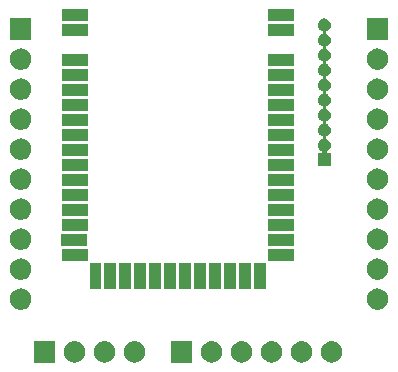
<source format=gbr>
G04 #@! TF.GenerationSoftware,KiCad,Pcbnew,(5.1.5)-3*
G04 #@! TF.CreationDate,2020-01-29T14:55:58+01:00*
G04 #@! TF.ProjectId,Adapter,41646170-7465-4722-9e6b-696361645f70,1*
G04 #@! TF.SameCoordinates,Original*
G04 #@! TF.FileFunction,Soldermask,Top*
G04 #@! TF.FilePolarity,Negative*
%FSLAX46Y46*%
G04 Gerber Fmt 4.6, Leading zero omitted, Abs format (unit mm)*
G04 Created by KiCad (PCBNEW (5.1.5)-3) date 2020-01-29 14:55:58*
%MOMM*%
%LPD*%
G04 APERTURE LIST*
%ADD10C,0.100000*%
G04 APERTURE END LIST*
D10*
G36*
X140860512Y-109187927D02*
G01*
X141009812Y-109217624D01*
X141173784Y-109285544D01*
X141321354Y-109384147D01*
X141446853Y-109509646D01*
X141545456Y-109657216D01*
X141613376Y-109821188D01*
X141648000Y-109995259D01*
X141648000Y-110172741D01*
X141613376Y-110346812D01*
X141545456Y-110510784D01*
X141446853Y-110658354D01*
X141321354Y-110783853D01*
X141173784Y-110882456D01*
X141009812Y-110950376D01*
X140860512Y-110980073D01*
X140835742Y-110985000D01*
X140658258Y-110985000D01*
X140633488Y-110980073D01*
X140484188Y-110950376D01*
X140320216Y-110882456D01*
X140172646Y-110783853D01*
X140047147Y-110658354D01*
X139948544Y-110510784D01*
X139880624Y-110346812D01*
X139846000Y-110172741D01*
X139846000Y-109995259D01*
X139880624Y-109821188D01*
X139948544Y-109657216D01*
X140047147Y-109509646D01*
X140172646Y-109384147D01*
X140320216Y-109285544D01*
X140484188Y-109217624D01*
X140633488Y-109187927D01*
X140658258Y-109183000D01*
X140835742Y-109183000D01*
X140860512Y-109187927D01*
G37*
G36*
X155009512Y-109187927D02*
G01*
X155158812Y-109217624D01*
X155322784Y-109285544D01*
X155470354Y-109384147D01*
X155595853Y-109509646D01*
X155694456Y-109657216D01*
X155762376Y-109821188D01*
X155797000Y-109995259D01*
X155797000Y-110172741D01*
X155762376Y-110346812D01*
X155694456Y-110510784D01*
X155595853Y-110658354D01*
X155470354Y-110783853D01*
X155322784Y-110882456D01*
X155158812Y-110950376D01*
X155009512Y-110980073D01*
X154984742Y-110985000D01*
X154807258Y-110985000D01*
X154782488Y-110980073D01*
X154633188Y-110950376D01*
X154469216Y-110882456D01*
X154321646Y-110783853D01*
X154196147Y-110658354D01*
X154097544Y-110510784D01*
X154029624Y-110346812D01*
X153995000Y-110172741D01*
X153995000Y-109995259D01*
X154029624Y-109821188D01*
X154097544Y-109657216D01*
X154196147Y-109509646D01*
X154321646Y-109384147D01*
X154469216Y-109285544D01*
X154633188Y-109217624D01*
X154782488Y-109187927D01*
X154807258Y-109183000D01*
X154984742Y-109183000D01*
X155009512Y-109187927D01*
G37*
G36*
X157549512Y-109187927D02*
G01*
X157698812Y-109217624D01*
X157862784Y-109285544D01*
X158010354Y-109384147D01*
X158135853Y-109509646D01*
X158234456Y-109657216D01*
X158302376Y-109821188D01*
X158337000Y-109995259D01*
X158337000Y-110172741D01*
X158302376Y-110346812D01*
X158234456Y-110510784D01*
X158135853Y-110658354D01*
X158010354Y-110783853D01*
X157862784Y-110882456D01*
X157698812Y-110950376D01*
X157549512Y-110980073D01*
X157524742Y-110985000D01*
X157347258Y-110985000D01*
X157322488Y-110980073D01*
X157173188Y-110950376D01*
X157009216Y-110882456D01*
X156861646Y-110783853D01*
X156736147Y-110658354D01*
X156637544Y-110510784D01*
X156569624Y-110346812D01*
X156535000Y-110172741D01*
X156535000Y-109995259D01*
X156569624Y-109821188D01*
X156637544Y-109657216D01*
X156736147Y-109509646D01*
X156861646Y-109384147D01*
X157009216Y-109285544D01*
X157173188Y-109217624D01*
X157322488Y-109187927D01*
X157347258Y-109183000D01*
X157524742Y-109183000D01*
X157549512Y-109187927D01*
G37*
G36*
X152469512Y-109187927D02*
G01*
X152618812Y-109217624D01*
X152782784Y-109285544D01*
X152930354Y-109384147D01*
X153055853Y-109509646D01*
X153154456Y-109657216D01*
X153222376Y-109821188D01*
X153257000Y-109995259D01*
X153257000Y-110172741D01*
X153222376Y-110346812D01*
X153154456Y-110510784D01*
X153055853Y-110658354D01*
X152930354Y-110783853D01*
X152782784Y-110882456D01*
X152618812Y-110950376D01*
X152469512Y-110980073D01*
X152444742Y-110985000D01*
X152267258Y-110985000D01*
X152242488Y-110980073D01*
X152093188Y-110950376D01*
X151929216Y-110882456D01*
X151781646Y-110783853D01*
X151656147Y-110658354D01*
X151557544Y-110510784D01*
X151489624Y-110346812D01*
X151455000Y-110172741D01*
X151455000Y-109995259D01*
X151489624Y-109821188D01*
X151557544Y-109657216D01*
X151656147Y-109509646D01*
X151781646Y-109384147D01*
X151929216Y-109285544D01*
X152093188Y-109217624D01*
X152242488Y-109187927D01*
X152267258Y-109183000D01*
X152444742Y-109183000D01*
X152469512Y-109187927D01*
G37*
G36*
X149929512Y-109187927D02*
G01*
X150078812Y-109217624D01*
X150242784Y-109285544D01*
X150390354Y-109384147D01*
X150515853Y-109509646D01*
X150614456Y-109657216D01*
X150682376Y-109821188D01*
X150717000Y-109995259D01*
X150717000Y-110172741D01*
X150682376Y-110346812D01*
X150614456Y-110510784D01*
X150515853Y-110658354D01*
X150390354Y-110783853D01*
X150242784Y-110882456D01*
X150078812Y-110950376D01*
X149929512Y-110980073D01*
X149904742Y-110985000D01*
X149727258Y-110985000D01*
X149702488Y-110980073D01*
X149553188Y-110950376D01*
X149389216Y-110882456D01*
X149241646Y-110783853D01*
X149116147Y-110658354D01*
X149017544Y-110510784D01*
X148949624Y-110346812D01*
X148915000Y-110172741D01*
X148915000Y-109995259D01*
X148949624Y-109821188D01*
X149017544Y-109657216D01*
X149116147Y-109509646D01*
X149241646Y-109384147D01*
X149389216Y-109285544D01*
X149553188Y-109217624D01*
X149702488Y-109187927D01*
X149727258Y-109183000D01*
X149904742Y-109183000D01*
X149929512Y-109187927D01*
G37*
G36*
X147389512Y-109187927D02*
G01*
X147538812Y-109217624D01*
X147702784Y-109285544D01*
X147850354Y-109384147D01*
X147975853Y-109509646D01*
X148074456Y-109657216D01*
X148142376Y-109821188D01*
X148177000Y-109995259D01*
X148177000Y-110172741D01*
X148142376Y-110346812D01*
X148074456Y-110510784D01*
X147975853Y-110658354D01*
X147850354Y-110783853D01*
X147702784Y-110882456D01*
X147538812Y-110950376D01*
X147389512Y-110980073D01*
X147364742Y-110985000D01*
X147187258Y-110985000D01*
X147162488Y-110980073D01*
X147013188Y-110950376D01*
X146849216Y-110882456D01*
X146701646Y-110783853D01*
X146576147Y-110658354D01*
X146477544Y-110510784D01*
X146409624Y-110346812D01*
X146375000Y-110172741D01*
X146375000Y-109995259D01*
X146409624Y-109821188D01*
X146477544Y-109657216D01*
X146576147Y-109509646D01*
X146701646Y-109384147D01*
X146849216Y-109285544D01*
X147013188Y-109217624D01*
X147162488Y-109187927D01*
X147187258Y-109183000D01*
X147364742Y-109183000D01*
X147389512Y-109187927D01*
G37*
G36*
X134028000Y-110985000D02*
G01*
X132226000Y-110985000D01*
X132226000Y-109183000D01*
X134028000Y-109183000D01*
X134028000Y-110985000D01*
G37*
G36*
X135780512Y-109187927D02*
G01*
X135929812Y-109217624D01*
X136093784Y-109285544D01*
X136241354Y-109384147D01*
X136366853Y-109509646D01*
X136465456Y-109657216D01*
X136533376Y-109821188D01*
X136568000Y-109995259D01*
X136568000Y-110172741D01*
X136533376Y-110346812D01*
X136465456Y-110510784D01*
X136366853Y-110658354D01*
X136241354Y-110783853D01*
X136093784Y-110882456D01*
X135929812Y-110950376D01*
X135780512Y-110980073D01*
X135755742Y-110985000D01*
X135578258Y-110985000D01*
X135553488Y-110980073D01*
X135404188Y-110950376D01*
X135240216Y-110882456D01*
X135092646Y-110783853D01*
X134967147Y-110658354D01*
X134868544Y-110510784D01*
X134800624Y-110346812D01*
X134766000Y-110172741D01*
X134766000Y-109995259D01*
X134800624Y-109821188D01*
X134868544Y-109657216D01*
X134967147Y-109509646D01*
X135092646Y-109384147D01*
X135240216Y-109285544D01*
X135404188Y-109217624D01*
X135553488Y-109187927D01*
X135578258Y-109183000D01*
X135755742Y-109183000D01*
X135780512Y-109187927D01*
G37*
G36*
X138320512Y-109187927D02*
G01*
X138469812Y-109217624D01*
X138633784Y-109285544D01*
X138781354Y-109384147D01*
X138906853Y-109509646D01*
X139005456Y-109657216D01*
X139073376Y-109821188D01*
X139108000Y-109995259D01*
X139108000Y-110172741D01*
X139073376Y-110346812D01*
X139005456Y-110510784D01*
X138906853Y-110658354D01*
X138781354Y-110783853D01*
X138633784Y-110882456D01*
X138469812Y-110950376D01*
X138320512Y-110980073D01*
X138295742Y-110985000D01*
X138118258Y-110985000D01*
X138093488Y-110980073D01*
X137944188Y-110950376D01*
X137780216Y-110882456D01*
X137632646Y-110783853D01*
X137507147Y-110658354D01*
X137408544Y-110510784D01*
X137340624Y-110346812D01*
X137306000Y-110172741D01*
X137306000Y-109995259D01*
X137340624Y-109821188D01*
X137408544Y-109657216D01*
X137507147Y-109509646D01*
X137632646Y-109384147D01*
X137780216Y-109285544D01*
X137944188Y-109217624D01*
X138093488Y-109187927D01*
X138118258Y-109183000D01*
X138295742Y-109183000D01*
X138320512Y-109187927D01*
G37*
G36*
X145637000Y-110985000D02*
G01*
X143835000Y-110985000D01*
X143835000Y-109183000D01*
X145637000Y-109183000D01*
X145637000Y-110985000D01*
G37*
G36*
X161428512Y-104717127D02*
G01*
X161577812Y-104746824D01*
X161741784Y-104814744D01*
X161889354Y-104913347D01*
X162014853Y-105038846D01*
X162113456Y-105186416D01*
X162181376Y-105350388D01*
X162216000Y-105524459D01*
X162216000Y-105701941D01*
X162181376Y-105876012D01*
X162113456Y-106039984D01*
X162014853Y-106187554D01*
X161889354Y-106313053D01*
X161741784Y-106411656D01*
X161577812Y-106479576D01*
X161428512Y-106509273D01*
X161403742Y-106514200D01*
X161226258Y-106514200D01*
X161201488Y-106509273D01*
X161052188Y-106479576D01*
X160888216Y-106411656D01*
X160740646Y-106313053D01*
X160615147Y-106187554D01*
X160516544Y-106039984D01*
X160448624Y-105876012D01*
X160414000Y-105701941D01*
X160414000Y-105524459D01*
X160448624Y-105350388D01*
X160516544Y-105186416D01*
X160615147Y-105038846D01*
X160740646Y-104913347D01*
X160888216Y-104814744D01*
X161052188Y-104746824D01*
X161201488Y-104717127D01*
X161226258Y-104712200D01*
X161403742Y-104712200D01*
X161428512Y-104717127D01*
G37*
G36*
X131228512Y-104717127D02*
G01*
X131377812Y-104746824D01*
X131541784Y-104814744D01*
X131689354Y-104913347D01*
X131814853Y-105038846D01*
X131913456Y-105186416D01*
X131981376Y-105350388D01*
X132016000Y-105524459D01*
X132016000Y-105701941D01*
X131981376Y-105876012D01*
X131913456Y-106039984D01*
X131814853Y-106187554D01*
X131689354Y-106313053D01*
X131541784Y-106411656D01*
X131377812Y-106479576D01*
X131228512Y-106509273D01*
X131203742Y-106514200D01*
X131026258Y-106514200D01*
X131001488Y-106509273D01*
X130852188Y-106479576D01*
X130688216Y-106411656D01*
X130540646Y-106313053D01*
X130415147Y-106187554D01*
X130316544Y-106039984D01*
X130248624Y-105876012D01*
X130214000Y-105701941D01*
X130214000Y-105524459D01*
X130248624Y-105350388D01*
X130316544Y-105186416D01*
X130415147Y-105038846D01*
X130540646Y-104913347D01*
X130688216Y-104814744D01*
X130852188Y-104746824D01*
X131001488Y-104717127D01*
X131026258Y-104712200D01*
X131203742Y-104712200D01*
X131228512Y-104717127D01*
G37*
G36*
X143014000Y-104750200D02*
G01*
X142012000Y-104750200D01*
X142012000Y-102548200D01*
X143014000Y-102548200D01*
X143014000Y-104750200D01*
G37*
G36*
X140479000Y-104750200D02*
G01*
X139477000Y-104750200D01*
X139477000Y-102548200D01*
X140479000Y-102548200D01*
X140479000Y-104750200D01*
G37*
G36*
X141744000Y-104750200D02*
G01*
X140742000Y-104750200D01*
X140742000Y-102548200D01*
X141744000Y-102548200D01*
X141744000Y-104750200D01*
G37*
G36*
X139204000Y-104750200D02*
G01*
X138202000Y-104750200D01*
X138202000Y-102548200D01*
X139204000Y-102548200D01*
X139204000Y-104750200D01*
G37*
G36*
X144284000Y-104750200D02*
G01*
X143282000Y-104750200D01*
X143282000Y-102548200D01*
X144284000Y-102548200D01*
X144284000Y-104750200D01*
G37*
G36*
X145554000Y-104750200D02*
G01*
X144552000Y-104750200D01*
X144552000Y-102548200D01*
X145554000Y-102548200D01*
X145554000Y-104750200D01*
G37*
G36*
X148094000Y-104750200D02*
G01*
X147092000Y-104750200D01*
X147092000Y-102548200D01*
X148094000Y-102548200D01*
X148094000Y-104750200D01*
G37*
G36*
X149364000Y-104750200D02*
G01*
X148362000Y-104750200D01*
X148362000Y-102548200D01*
X149364000Y-102548200D01*
X149364000Y-104750200D01*
G37*
G36*
X150634000Y-104750200D02*
G01*
X149632000Y-104750200D01*
X149632000Y-102548200D01*
X150634000Y-102548200D01*
X150634000Y-104750200D01*
G37*
G36*
X151904000Y-104750200D02*
G01*
X150902000Y-104750200D01*
X150902000Y-102548200D01*
X151904000Y-102548200D01*
X151904000Y-104750200D01*
G37*
G36*
X137944000Y-104750200D02*
G01*
X136942000Y-104750200D01*
X136942000Y-102548200D01*
X137944000Y-102548200D01*
X137944000Y-104750200D01*
G37*
G36*
X146824000Y-104750200D02*
G01*
X145822000Y-104750200D01*
X145822000Y-102548200D01*
X146824000Y-102548200D01*
X146824000Y-104750200D01*
G37*
G36*
X161428512Y-102177127D02*
G01*
X161577812Y-102206824D01*
X161741784Y-102274744D01*
X161889354Y-102373347D01*
X162014853Y-102498846D01*
X162113456Y-102646416D01*
X162181376Y-102810388D01*
X162216000Y-102984459D01*
X162216000Y-103161941D01*
X162181376Y-103336012D01*
X162113456Y-103499984D01*
X162014853Y-103647554D01*
X161889354Y-103773053D01*
X161741784Y-103871656D01*
X161577812Y-103939576D01*
X161428512Y-103969273D01*
X161403742Y-103974200D01*
X161226258Y-103974200D01*
X161201488Y-103969273D01*
X161052188Y-103939576D01*
X160888216Y-103871656D01*
X160740646Y-103773053D01*
X160615147Y-103647554D01*
X160516544Y-103499984D01*
X160448624Y-103336012D01*
X160414000Y-103161941D01*
X160414000Y-102984459D01*
X160448624Y-102810388D01*
X160516544Y-102646416D01*
X160615147Y-102498846D01*
X160740646Y-102373347D01*
X160888216Y-102274744D01*
X161052188Y-102206824D01*
X161201488Y-102177127D01*
X161226258Y-102172200D01*
X161403742Y-102172200D01*
X161428512Y-102177127D01*
G37*
G36*
X131228512Y-102177127D02*
G01*
X131377812Y-102206824D01*
X131541784Y-102274744D01*
X131689354Y-102373347D01*
X131814853Y-102498846D01*
X131913456Y-102646416D01*
X131981376Y-102810388D01*
X132016000Y-102984459D01*
X132016000Y-103161941D01*
X131981376Y-103336012D01*
X131913456Y-103499984D01*
X131814853Y-103647554D01*
X131689354Y-103773053D01*
X131541784Y-103871656D01*
X131377812Y-103939576D01*
X131228512Y-103969273D01*
X131203742Y-103974200D01*
X131026258Y-103974200D01*
X131001488Y-103969273D01*
X130852188Y-103939576D01*
X130688216Y-103871656D01*
X130540646Y-103773053D01*
X130415147Y-103647554D01*
X130316544Y-103499984D01*
X130248624Y-103336012D01*
X130214000Y-103161941D01*
X130214000Y-102984459D01*
X130248624Y-102810388D01*
X130316544Y-102646416D01*
X130415147Y-102498846D01*
X130540646Y-102373347D01*
X130688216Y-102274744D01*
X130852188Y-102206824D01*
X131001488Y-102177127D01*
X131026258Y-102172200D01*
X131203742Y-102172200D01*
X131228512Y-102177127D01*
G37*
G36*
X154274000Y-102400200D02*
G01*
X152072000Y-102400200D01*
X152072000Y-101398200D01*
X154274000Y-101398200D01*
X154274000Y-102400200D01*
G37*
G36*
X136774000Y-102400200D02*
G01*
X134572000Y-102400200D01*
X134572000Y-101398200D01*
X136774000Y-101398200D01*
X136774000Y-102400200D01*
G37*
G36*
X161428512Y-99637127D02*
G01*
X161577812Y-99666824D01*
X161741784Y-99734744D01*
X161889354Y-99833347D01*
X162014853Y-99958846D01*
X162113456Y-100106416D01*
X162181376Y-100270388D01*
X162216000Y-100444459D01*
X162216000Y-100621941D01*
X162181376Y-100796012D01*
X162113456Y-100959984D01*
X162014853Y-101107554D01*
X161889354Y-101233053D01*
X161741784Y-101331656D01*
X161577812Y-101399576D01*
X161428512Y-101429273D01*
X161403742Y-101434200D01*
X161226258Y-101434200D01*
X161201488Y-101429273D01*
X161052188Y-101399576D01*
X160888216Y-101331656D01*
X160740646Y-101233053D01*
X160615147Y-101107554D01*
X160516544Y-100959984D01*
X160448624Y-100796012D01*
X160414000Y-100621941D01*
X160414000Y-100444459D01*
X160448624Y-100270388D01*
X160516544Y-100106416D01*
X160615147Y-99958846D01*
X160740646Y-99833347D01*
X160888216Y-99734744D01*
X161052188Y-99666824D01*
X161201488Y-99637127D01*
X161226258Y-99632200D01*
X161403742Y-99632200D01*
X161428512Y-99637127D01*
G37*
G36*
X131228512Y-99637127D02*
G01*
X131377812Y-99666824D01*
X131541784Y-99734744D01*
X131689354Y-99833347D01*
X131814853Y-99958846D01*
X131913456Y-100106416D01*
X131981376Y-100270388D01*
X132016000Y-100444459D01*
X132016000Y-100621941D01*
X131981376Y-100796012D01*
X131913456Y-100959984D01*
X131814853Y-101107554D01*
X131689354Y-101233053D01*
X131541784Y-101331656D01*
X131377812Y-101399576D01*
X131228512Y-101429273D01*
X131203742Y-101434200D01*
X131026258Y-101434200D01*
X131001488Y-101429273D01*
X130852188Y-101399576D01*
X130688216Y-101331656D01*
X130540646Y-101233053D01*
X130415147Y-101107554D01*
X130316544Y-100959984D01*
X130248624Y-100796012D01*
X130214000Y-100621941D01*
X130214000Y-100444459D01*
X130248624Y-100270388D01*
X130316544Y-100106416D01*
X130415147Y-99958846D01*
X130540646Y-99833347D01*
X130688216Y-99734744D01*
X130852188Y-99666824D01*
X131001488Y-99637127D01*
X131026258Y-99632200D01*
X131203742Y-99632200D01*
X131228512Y-99637127D01*
G37*
G36*
X136748300Y-101130200D02*
G01*
X134546300Y-101130200D01*
X134546300Y-100128200D01*
X136748300Y-100128200D01*
X136748300Y-101130200D01*
G37*
G36*
X154274000Y-101130200D02*
G01*
X152072000Y-101130200D01*
X152072000Y-100128200D01*
X154274000Y-100128200D01*
X154274000Y-101130200D01*
G37*
G36*
X154274000Y-99860200D02*
G01*
X152072000Y-99860200D01*
X152072000Y-98858200D01*
X154274000Y-98858200D01*
X154274000Y-99860200D01*
G37*
G36*
X136774000Y-99860200D02*
G01*
X134572000Y-99860200D01*
X134572000Y-98858200D01*
X136774000Y-98858200D01*
X136774000Y-99860200D01*
G37*
G36*
X131228512Y-97097127D02*
G01*
X131377812Y-97126824D01*
X131541784Y-97194744D01*
X131689354Y-97293347D01*
X131814853Y-97418846D01*
X131913456Y-97566416D01*
X131981376Y-97730388D01*
X132016000Y-97904459D01*
X132016000Y-98081941D01*
X131981376Y-98256012D01*
X131913456Y-98419984D01*
X131814853Y-98567554D01*
X131689354Y-98693053D01*
X131541784Y-98791656D01*
X131377812Y-98859576D01*
X131228512Y-98889273D01*
X131203742Y-98894200D01*
X131026258Y-98894200D01*
X131001488Y-98889273D01*
X130852188Y-98859576D01*
X130688216Y-98791656D01*
X130540646Y-98693053D01*
X130415147Y-98567554D01*
X130316544Y-98419984D01*
X130248624Y-98256012D01*
X130214000Y-98081941D01*
X130214000Y-97904459D01*
X130248624Y-97730388D01*
X130316544Y-97566416D01*
X130415147Y-97418846D01*
X130540646Y-97293347D01*
X130688216Y-97194744D01*
X130852188Y-97126824D01*
X131001488Y-97097127D01*
X131026258Y-97092200D01*
X131203742Y-97092200D01*
X131228512Y-97097127D01*
G37*
G36*
X161428512Y-97097127D02*
G01*
X161577812Y-97126824D01*
X161741784Y-97194744D01*
X161889354Y-97293347D01*
X162014853Y-97418846D01*
X162113456Y-97566416D01*
X162181376Y-97730388D01*
X162216000Y-97904459D01*
X162216000Y-98081941D01*
X162181376Y-98256012D01*
X162113456Y-98419984D01*
X162014853Y-98567554D01*
X161889354Y-98693053D01*
X161741784Y-98791656D01*
X161577812Y-98859576D01*
X161428512Y-98889273D01*
X161403742Y-98894200D01*
X161226258Y-98894200D01*
X161201488Y-98889273D01*
X161052188Y-98859576D01*
X160888216Y-98791656D01*
X160740646Y-98693053D01*
X160615147Y-98567554D01*
X160516544Y-98419984D01*
X160448624Y-98256012D01*
X160414000Y-98081941D01*
X160414000Y-97904459D01*
X160448624Y-97730388D01*
X160516544Y-97566416D01*
X160615147Y-97418846D01*
X160740646Y-97293347D01*
X160888216Y-97194744D01*
X161052188Y-97126824D01*
X161201488Y-97097127D01*
X161226258Y-97092200D01*
X161403742Y-97092200D01*
X161428512Y-97097127D01*
G37*
G36*
X154274000Y-98590200D02*
G01*
X152072000Y-98590200D01*
X152072000Y-97588200D01*
X154274000Y-97588200D01*
X154274000Y-98590200D01*
G37*
G36*
X136774000Y-98590200D02*
G01*
X134572000Y-98590200D01*
X134572000Y-97588200D01*
X136774000Y-97588200D01*
X136774000Y-98590200D01*
G37*
G36*
X136774000Y-97320200D02*
G01*
X134572000Y-97320200D01*
X134572000Y-96318200D01*
X136774000Y-96318200D01*
X136774000Y-97320200D01*
G37*
G36*
X154274000Y-97320200D02*
G01*
X152072000Y-97320200D01*
X152072000Y-96318200D01*
X154274000Y-96318200D01*
X154274000Y-97320200D01*
G37*
G36*
X161428512Y-94557127D02*
G01*
X161577812Y-94586824D01*
X161741784Y-94654744D01*
X161889354Y-94753347D01*
X162014853Y-94878846D01*
X162113456Y-95026416D01*
X162181376Y-95190388D01*
X162216000Y-95364459D01*
X162216000Y-95541941D01*
X162181376Y-95716012D01*
X162113456Y-95879984D01*
X162014853Y-96027554D01*
X161889354Y-96153053D01*
X161741784Y-96251656D01*
X161577812Y-96319576D01*
X161428512Y-96349273D01*
X161403742Y-96354200D01*
X161226258Y-96354200D01*
X161201488Y-96349273D01*
X161052188Y-96319576D01*
X160888216Y-96251656D01*
X160740646Y-96153053D01*
X160615147Y-96027554D01*
X160516544Y-95879984D01*
X160448624Y-95716012D01*
X160414000Y-95541941D01*
X160414000Y-95364459D01*
X160448624Y-95190388D01*
X160516544Y-95026416D01*
X160615147Y-94878846D01*
X160740646Y-94753347D01*
X160888216Y-94654744D01*
X161052188Y-94586824D01*
X161201488Y-94557127D01*
X161226258Y-94552200D01*
X161403742Y-94552200D01*
X161428512Y-94557127D01*
G37*
G36*
X131228512Y-94557127D02*
G01*
X131377812Y-94586824D01*
X131541784Y-94654744D01*
X131689354Y-94753347D01*
X131814853Y-94878846D01*
X131913456Y-95026416D01*
X131981376Y-95190388D01*
X132016000Y-95364459D01*
X132016000Y-95541941D01*
X131981376Y-95716012D01*
X131913456Y-95879984D01*
X131814853Y-96027554D01*
X131689354Y-96153053D01*
X131541784Y-96251656D01*
X131377812Y-96319576D01*
X131228512Y-96349273D01*
X131203742Y-96354200D01*
X131026258Y-96354200D01*
X131001488Y-96349273D01*
X130852188Y-96319576D01*
X130688216Y-96251656D01*
X130540646Y-96153053D01*
X130415147Y-96027554D01*
X130316544Y-95879984D01*
X130248624Y-95716012D01*
X130214000Y-95541941D01*
X130214000Y-95364459D01*
X130248624Y-95190388D01*
X130316544Y-95026416D01*
X130415147Y-94878846D01*
X130540646Y-94753347D01*
X130688216Y-94654744D01*
X130852188Y-94586824D01*
X131001488Y-94557127D01*
X131026258Y-94552200D01*
X131203742Y-94552200D01*
X131228512Y-94557127D01*
G37*
G36*
X154274000Y-96050200D02*
G01*
X152072000Y-96050200D01*
X152072000Y-95048200D01*
X154274000Y-95048200D01*
X154274000Y-96050200D01*
G37*
G36*
X136774000Y-96050200D02*
G01*
X134572000Y-96050200D01*
X134572000Y-95048200D01*
X136774000Y-95048200D01*
X136774000Y-96050200D01*
G37*
G36*
X154274000Y-94780200D02*
G01*
X152072000Y-94780200D01*
X152072000Y-93778200D01*
X154274000Y-93778200D01*
X154274000Y-94780200D01*
G37*
G36*
X136774000Y-94780200D02*
G01*
X134572000Y-94780200D01*
X134572000Y-93778200D01*
X136774000Y-93778200D01*
X136774000Y-94780200D01*
G37*
G36*
X156980721Y-81867374D02*
G01*
X157080995Y-81908909D01*
X157080996Y-81908910D01*
X157171242Y-81969210D01*
X157247990Y-82045958D01*
X157247991Y-82045960D01*
X157308291Y-82136205D01*
X157349826Y-82236479D01*
X157371000Y-82342930D01*
X157371000Y-82451470D01*
X157349826Y-82557921D01*
X157308291Y-82658195D01*
X157308290Y-82658196D01*
X157247990Y-82748442D01*
X157171242Y-82825190D01*
X157125812Y-82855545D01*
X157080995Y-82885491D01*
X157005611Y-82916716D01*
X156984000Y-82928267D01*
X156965059Y-82943812D01*
X156949513Y-82962754D01*
X156937962Y-82984365D01*
X156930849Y-83007814D01*
X156928447Y-83032200D01*
X156930849Y-83056586D01*
X156937962Y-83080035D01*
X156949513Y-83101646D01*
X156965058Y-83120587D01*
X156984000Y-83136133D01*
X157005611Y-83147684D01*
X157080995Y-83178909D01*
X157080996Y-83178910D01*
X157171242Y-83239210D01*
X157247990Y-83315958D01*
X157247991Y-83315960D01*
X157308291Y-83406205D01*
X157349826Y-83506479D01*
X157371000Y-83612930D01*
X157371000Y-83721470D01*
X157349826Y-83827921D01*
X157308291Y-83928195D01*
X157308290Y-83928196D01*
X157247990Y-84018442D01*
X157171242Y-84095190D01*
X157125812Y-84125545D01*
X157080995Y-84155491D01*
X157005611Y-84186716D01*
X156984000Y-84198267D01*
X156965059Y-84213812D01*
X156949513Y-84232754D01*
X156937962Y-84254365D01*
X156930849Y-84277814D01*
X156928447Y-84302200D01*
X156930849Y-84326586D01*
X156937962Y-84350035D01*
X156949513Y-84371646D01*
X156965058Y-84390587D01*
X156984000Y-84406133D01*
X157005611Y-84417684D01*
X157080995Y-84448909D01*
X157080996Y-84448910D01*
X157171242Y-84509210D01*
X157247990Y-84585958D01*
X157247991Y-84585960D01*
X157308291Y-84676205D01*
X157349826Y-84776479D01*
X157371000Y-84882930D01*
X157371000Y-84991470D01*
X157349826Y-85097921D01*
X157308291Y-85198195D01*
X157278345Y-85243012D01*
X157247990Y-85288442D01*
X157171242Y-85365190D01*
X157125812Y-85395545D01*
X157080995Y-85425491D01*
X157005611Y-85456716D01*
X156984000Y-85468267D01*
X156965059Y-85483812D01*
X156949513Y-85502754D01*
X156937962Y-85524365D01*
X156930849Y-85547814D01*
X156928447Y-85572200D01*
X156930849Y-85596586D01*
X156937962Y-85620035D01*
X156949513Y-85641646D01*
X156965058Y-85660587D01*
X156984000Y-85676133D01*
X157005611Y-85687684D01*
X157080995Y-85718909D01*
X157125812Y-85748855D01*
X157171242Y-85779210D01*
X157247990Y-85855958D01*
X157247991Y-85855960D01*
X157308291Y-85946205D01*
X157349826Y-86046479D01*
X157371000Y-86152930D01*
X157371000Y-86261470D01*
X157349826Y-86367921D01*
X157308291Y-86468195D01*
X157308290Y-86468196D01*
X157247990Y-86558442D01*
X157171242Y-86635190D01*
X157125812Y-86665545D01*
X157080995Y-86695491D01*
X157005611Y-86726716D01*
X156984000Y-86738267D01*
X156965059Y-86753812D01*
X156949513Y-86772754D01*
X156937962Y-86794365D01*
X156930849Y-86817814D01*
X156928447Y-86842200D01*
X156930849Y-86866586D01*
X156937962Y-86890035D01*
X156949513Y-86911646D01*
X156965058Y-86930587D01*
X156984000Y-86946133D01*
X157005611Y-86957684D01*
X157080995Y-86988909D01*
X157080996Y-86988910D01*
X157171242Y-87049210D01*
X157247990Y-87125958D01*
X157247991Y-87125960D01*
X157308291Y-87216205D01*
X157349826Y-87316479D01*
X157371000Y-87422930D01*
X157371000Y-87531470D01*
X157349826Y-87637921D01*
X157308291Y-87738195D01*
X157278345Y-87783012D01*
X157247990Y-87828442D01*
X157171242Y-87905190D01*
X157125812Y-87935545D01*
X157080995Y-87965491D01*
X157005611Y-87996716D01*
X156984000Y-88008267D01*
X156965059Y-88023812D01*
X156949513Y-88042754D01*
X156937962Y-88064365D01*
X156930849Y-88087814D01*
X156928447Y-88112200D01*
X156930849Y-88136586D01*
X156937962Y-88160035D01*
X156949513Y-88181646D01*
X156965058Y-88200587D01*
X156984000Y-88216133D01*
X157005611Y-88227684D01*
X157080995Y-88258909D01*
X157125812Y-88288855D01*
X157171242Y-88319210D01*
X157247990Y-88395958D01*
X157247991Y-88395960D01*
X157308291Y-88486205D01*
X157349826Y-88586479D01*
X157371000Y-88692930D01*
X157371000Y-88801470D01*
X157349826Y-88907921D01*
X157308291Y-89008195D01*
X157308290Y-89008196D01*
X157247990Y-89098442D01*
X157171242Y-89175190D01*
X157125812Y-89205545D01*
X157080995Y-89235491D01*
X157005611Y-89266716D01*
X156984000Y-89278267D01*
X156965059Y-89293812D01*
X156949513Y-89312754D01*
X156937962Y-89334365D01*
X156930849Y-89357814D01*
X156928447Y-89382200D01*
X156930849Y-89406586D01*
X156937962Y-89430035D01*
X156949513Y-89451646D01*
X156965058Y-89470587D01*
X156984000Y-89486133D01*
X157005611Y-89497684D01*
X157080995Y-89528909D01*
X157080996Y-89528910D01*
X157171242Y-89589210D01*
X157247990Y-89665958D01*
X157247991Y-89665960D01*
X157308291Y-89756205D01*
X157349826Y-89856479D01*
X157371000Y-89962930D01*
X157371000Y-90071470D01*
X157349826Y-90177921D01*
X157308291Y-90278195D01*
X157278345Y-90323012D01*
X157247990Y-90368442D01*
X157171242Y-90445190D01*
X157125812Y-90475545D01*
X157080995Y-90505491D01*
X157005611Y-90536716D01*
X156984000Y-90548267D01*
X156965059Y-90563812D01*
X156949513Y-90582754D01*
X156937962Y-90604365D01*
X156930849Y-90627814D01*
X156928447Y-90652200D01*
X156930849Y-90676586D01*
X156937962Y-90700035D01*
X156949513Y-90721646D01*
X156965058Y-90740587D01*
X156984000Y-90756133D01*
X157005611Y-90767684D01*
X157080995Y-90798909D01*
X157125812Y-90828855D01*
X157171242Y-90859210D01*
X157247990Y-90935958D01*
X157247991Y-90935960D01*
X157308291Y-91026205D01*
X157349826Y-91126479D01*
X157371000Y-91232930D01*
X157371000Y-91341470D01*
X157349826Y-91447921D01*
X157308291Y-91548195D01*
X157308290Y-91548196D01*
X157247990Y-91638442D01*
X157171242Y-91715190D01*
X157125812Y-91745545D01*
X157080995Y-91775491D01*
X157005611Y-91806716D01*
X156984000Y-91818267D01*
X156965059Y-91833812D01*
X156949513Y-91852754D01*
X156937962Y-91874365D01*
X156930849Y-91897814D01*
X156928447Y-91922200D01*
X156930849Y-91946586D01*
X156937962Y-91970035D01*
X156949513Y-91991646D01*
X156965058Y-92010587D01*
X156984000Y-92026133D01*
X157005611Y-92037684D01*
X157080995Y-92068909D01*
X157080996Y-92068910D01*
X157171242Y-92129210D01*
X157247990Y-92205958D01*
X157247991Y-92205960D01*
X157308291Y-92296205D01*
X157349826Y-92396479D01*
X157371000Y-92502930D01*
X157371000Y-92611470D01*
X157349826Y-92717921D01*
X157308291Y-92818195D01*
X157278345Y-92863012D01*
X157247990Y-92908442D01*
X157171242Y-92985190D01*
X157146172Y-93001941D01*
X157078336Y-93047268D01*
X157059394Y-93062814D01*
X157043849Y-93081756D01*
X157032298Y-93103367D01*
X157025185Y-93126815D01*
X157022783Y-93151202D01*
X157025185Y-93175588D01*
X157032298Y-93199037D01*
X157043849Y-93220647D01*
X157059395Y-93239589D01*
X157078337Y-93255134D01*
X157099948Y-93266685D01*
X157123396Y-93273798D01*
X157147782Y-93276200D01*
X157371000Y-93276200D01*
X157371000Y-94378200D01*
X156269000Y-94378200D01*
X156269000Y-93276200D01*
X156492218Y-93276200D01*
X156516604Y-93273798D01*
X156540053Y-93266685D01*
X156561664Y-93255134D01*
X156580606Y-93239589D01*
X156596151Y-93220647D01*
X156607702Y-93199036D01*
X156614815Y-93175587D01*
X156617217Y-93151201D01*
X156614815Y-93126815D01*
X156607702Y-93103366D01*
X156596151Y-93081755D01*
X156580606Y-93062813D01*
X156561664Y-93047268D01*
X156493828Y-93001941D01*
X156468758Y-92985190D01*
X156392010Y-92908442D01*
X156361655Y-92863012D01*
X156331709Y-92818195D01*
X156290174Y-92717921D01*
X156269000Y-92611470D01*
X156269000Y-92502930D01*
X156290174Y-92396479D01*
X156331709Y-92296205D01*
X156392009Y-92205960D01*
X156392010Y-92205958D01*
X156468758Y-92129210D01*
X156559004Y-92068910D01*
X156559005Y-92068909D01*
X156634389Y-92037684D01*
X156656000Y-92026133D01*
X156674941Y-92010588D01*
X156690487Y-91991646D01*
X156702038Y-91970035D01*
X156709151Y-91946586D01*
X156711553Y-91922200D01*
X156709151Y-91897814D01*
X156702038Y-91874365D01*
X156690487Y-91852754D01*
X156674942Y-91833813D01*
X156656000Y-91818267D01*
X156634389Y-91806716D01*
X156559005Y-91775491D01*
X156514188Y-91745545D01*
X156468758Y-91715190D01*
X156392010Y-91638442D01*
X156331710Y-91548196D01*
X156331709Y-91548195D01*
X156290174Y-91447921D01*
X156269000Y-91341470D01*
X156269000Y-91232930D01*
X156290174Y-91126479D01*
X156331709Y-91026205D01*
X156392009Y-90935960D01*
X156392010Y-90935958D01*
X156468758Y-90859210D01*
X156514188Y-90828855D01*
X156559005Y-90798909D01*
X156634389Y-90767684D01*
X156656000Y-90756133D01*
X156674941Y-90740588D01*
X156690487Y-90721646D01*
X156702038Y-90700035D01*
X156709151Y-90676586D01*
X156711553Y-90652200D01*
X156709151Y-90627814D01*
X156702038Y-90604365D01*
X156690487Y-90582754D01*
X156674942Y-90563813D01*
X156656000Y-90548267D01*
X156634389Y-90536716D01*
X156559005Y-90505491D01*
X156514188Y-90475545D01*
X156468758Y-90445190D01*
X156392010Y-90368442D01*
X156361655Y-90323012D01*
X156331709Y-90278195D01*
X156290174Y-90177921D01*
X156269000Y-90071470D01*
X156269000Y-89962930D01*
X156290174Y-89856479D01*
X156331709Y-89756205D01*
X156392009Y-89665960D01*
X156392010Y-89665958D01*
X156468758Y-89589210D01*
X156559004Y-89528910D01*
X156559005Y-89528909D01*
X156634389Y-89497684D01*
X156656000Y-89486133D01*
X156674941Y-89470588D01*
X156690487Y-89451646D01*
X156702038Y-89430035D01*
X156709151Y-89406586D01*
X156711553Y-89382200D01*
X156709151Y-89357814D01*
X156702038Y-89334365D01*
X156690487Y-89312754D01*
X156674942Y-89293813D01*
X156656000Y-89278267D01*
X156634389Y-89266716D01*
X156559005Y-89235491D01*
X156514188Y-89205545D01*
X156468758Y-89175190D01*
X156392010Y-89098442D01*
X156331710Y-89008196D01*
X156331709Y-89008195D01*
X156290174Y-88907921D01*
X156269000Y-88801470D01*
X156269000Y-88692930D01*
X156290174Y-88586479D01*
X156331709Y-88486205D01*
X156392009Y-88395960D01*
X156392010Y-88395958D01*
X156468758Y-88319210D01*
X156514188Y-88288855D01*
X156559005Y-88258909D01*
X156634389Y-88227684D01*
X156656000Y-88216133D01*
X156674941Y-88200588D01*
X156690487Y-88181646D01*
X156702038Y-88160035D01*
X156709151Y-88136586D01*
X156711553Y-88112200D01*
X156709151Y-88087814D01*
X156702038Y-88064365D01*
X156690487Y-88042754D01*
X156674942Y-88023813D01*
X156656000Y-88008267D01*
X156634389Y-87996716D01*
X156559005Y-87965491D01*
X156514188Y-87935545D01*
X156468758Y-87905190D01*
X156392010Y-87828442D01*
X156361655Y-87783012D01*
X156331709Y-87738195D01*
X156290174Y-87637921D01*
X156269000Y-87531470D01*
X156269000Y-87422930D01*
X156290174Y-87316479D01*
X156331709Y-87216205D01*
X156392009Y-87125960D01*
X156392010Y-87125958D01*
X156468758Y-87049210D01*
X156559004Y-86988910D01*
X156559005Y-86988909D01*
X156634389Y-86957684D01*
X156656000Y-86946133D01*
X156674941Y-86930588D01*
X156690487Y-86911646D01*
X156702038Y-86890035D01*
X156709151Y-86866586D01*
X156711553Y-86842200D01*
X156709151Y-86817814D01*
X156702038Y-86794365D01*
X156690487Y-86772754D01*
X156674942Y-86753813D01*
X156656000Y-86738267D01*
X156634389Y-86726716D01*
X156559005Y-86695491D01*
X156514188Y-86665545D01*
X156468758Y-86635190D01*
X156392010Y-86558442D01*
X156331710Y-86468196D01*
X156331709Y-86468195D01*
X156290174Y-86367921D01*
X156269000Y-86261470D01*
X156269000Y-86152930D01*
X156290174Y-86046479D01*
X156331709Y-85946205D01*
X156392009Y-85855960D01*
X156392010Y-85855958D01*
X156468758Y-85779210D01*
X156514188Y-85748855D01*
X156559005Y-85718909D01*
X156634389Y-85687684D01*
X156656000Y-85676133D01*
X156674941Y-85660588D01*
X156690487Y-85641646D01*
X156702038Y-85620035D01*
X156709151Y-85596586D01*
X156711553Y-85572200D01*
X156709151Y-85547814D01*
X156702038Y-85524365D01*
X156690487Y-85502754D01*
X156674942Y-85483813D01*
X156656000Y-85468267D01*
X156634389Y-85456716D01*
X156559005Y-85425491D01*
X156514188Y-85395545D01*
X156468758Y-85365190D01*
X156392010Y-85288442D01*
X156361655Y-85243012D01*
X156331709Y-85198195D01*
X156290174Y-85097921D01*
X156269000Y-84991470D01*
X156269000Y-84882930D01*
X156290174Y-84776479D01*
X156331709Y-84676205D01*
X156392009Y-84585960D01*
X156392010Y-84585958D01*
X156468758Y-84509210D01*
X156559004Y-84448910D01*
X156559005Y-84448909D01*
X156634389Y-84417684D01*
X156656000Y-84406133D01*
X156674941Y-84390588D01*
X156690487Y-84371646D01*
X156702038Y-84350035D01*
X156709151Y-84326586D01*
X156711553Y-84302200D01*
X156709151Y-84277814D01*
X156702038Y-84254365D01*
X156690487Y-84232754D01*
X156674942Y-84213813D01*
X156656000Y-84198267D01*
X156634389Y-84186716D01*
X156559005Y-84155491D01*
X156514188Y-84125545D01*
X156468758Y-84095190D01*
X156392010Y-84018442D01*
X156331710Y-83928196D01*
X156331709Y-83928195D01*
X156290174Y-83827921D01*
X156269000Y-83721470D01*
X156269000Y-83612930D01*
X156290174Y-83506479D01*
X156331709Y-83406205D01*
X156392009Y-83315960D01*
X156392010Y-83315958D01*
X156468758Y-83239210D01*
X156559004Y-83178910D01*
X156559005Y-83178909D01*
X156634389Y-83147684D01*
X156656000Y-83136133D01*
X156674941Y-83120588D01*
X156690487Y-83101646D01*
X156702038Y-83080035D01*
X156709151Y-83056586D01*
X156711553Y-83032200D01*
X156709151Y-83007814D01*
X156702038Y-82984365D01*
X156690487Y-82962754D01*
X156674942Y-82943813D01*
X156656000Y-82928267D01*
X156634389Y-82916716D01*
X156559005Y-82885491D01*
X156514188Y-82855545D01*
X156468758Y-82825190D01*
X156392010Y-82748442D01*
X156331710Y-82658196D01*
X156331709Y-82658195D01*
X156290174Y-82557921D01*
X156269000Y-82451470D01*
X156269000Y-82342930D01*
X156290174Y-82236479D01*
X156331709Y-82136205D01*
X156392009Y-82045960D01*
X156392010Y-82045958D01*
X156468758Y-81969210D01*
X156559004Y-81908910D01*
X156559005Y-81908909D01*
X156659279Y-81867374D01*
X156765730Y-81846200D01*
X156874270Y-81846200D01*
X156980721Y-81867374D01*
G37*
G36*
X131228512Y-92017127D02*
G01*
X131377812Y-92046824D01*
X131541784Y-92114744D01*
X131689354Y-92213347D01*
X131814853Y-92338846D01*
X131913456Y-92486416D01*
X131981376Y-92650388D01*
X132016000Y-92824459D01*
X132016000Y-93001941D01*
X131981376Y-93176012D01*
X131913456Y-93339984D01*
X131814853Y-93487554D01*
X131689354Y-93613053D01*
X131541784Y-93711656D01*
X131377812Y-93779576D01*
X131228512Y-93809273D01*
X131203742Y-93814200D01*
X131026258Y-93814200D01*
X131001488Y-93809273D01*
X130852188Y-93779576D01*
X130688216Y-93711656D01*
X130540646Y-93613053D01*
X130415147Y-93487554D01*
X130316544Y-93339984D01*
X130248624Y-93176012D01*
X130214000Y-93001941D01*
X130214000Y-92824459D01*
X130248624Y-92650388D01*
X130316544Y-92486416D01*
X130415147Y-92338846D01*
X130540646Y-92213347D01*
X130688216Y-92114744D01*
X130852188Y-92046824D01*
X131001488Y-92017127D01*
X131026258Y-92012200D01*
X131203742Y-92012200D01*
X131228512Y-92017127D01*
G37*
G36*
X161428512Y-92017127D02*
G01*
X161577812Y-92046824D01*
X161741784Y-92114744D01*
X161889354Y-92213347D01*
X162014853Y-92338846D01*
X162113456Y-92486416D01*
X162181376Y-92650388D01*
X162216000Y-92824459D01*
X162216000Y-93001941D01*
X162181376Y-93176012D01*
X162113456Y-93339984D01*
X162014853Y-93487554D01*
X161889354Y-93613053D01*
X161741784Y-93711656D01*
X161577812Y-93779576D01*
X161428512Y-93809273D01*
X161403742Y-93814200D01*
X161226258Y-93814200D01*
X161201488Y-93809273D01*
X161052188Y-93779576D01*
X160888216Y-93711656D01*
X160740646Y-93613053D01*
X160615147Y-93487554D01*
X160516544Y-93339984D01*
X160448624Y-93176012D01*
X160414000Y-93001941D01*
X160414000Y-92824459D01*
X160448624Y-92650388D01*
X160516544Y-92486416D01*
X160615147Y-92338846D01*
X160740646Y-92213347D01*
X160888216Y-92114744D01*
X161052188Y-92046824D01*
X161201488Y-92017127D01*
X161226258Y-92012200D01*
X161403742Y-92012200D01*
X161428512Y-92017127D01*
G37*
G36*
X154274000Y-93510200D02*
G01*
X152072000Y-93510200D01*
X152072000Y-92508200D01*
X154274000Y-92508200D01*
X154274000Y-93510200D01*
G37*
G36*
X136774000Y-93510200D02*
G01*
X134572000Y-93510200D01*
X134572000Y-92508200D01*
X136774000Y-92508200D01*
X136774000Y-93510200D01*
G37*
G36*
X154274000Y-92240200D02*
G01*
X152072000Y-92240200D01*
X152072000Y-91238200D01*
X154274000Y-91238200D01*
X154274000Y-92240200D01*
G37*
G36*
X136774000Y-92240200D02*
G01*
X134572000Y-92240200D01*
X134572000Y-91238200D01*
X136774000Y-91238200D01*
X136774000Y-92240200D01*
G37*
G36*
X161428512Y-89477127D02*
G01*
X161577812Y-89506824D01*
X161741784Y-89574744D01*
X161889354Y-89673347D01*
X162014853Y-89798846D01*
X162113456Y-89946416D01*
X162181376Y-90110388D01*
X162216000Y-90284459D01*
X162216000Y-90461941D01*
X162181376Y-90636012D01*
X162113456Y-90799984D01*
X162014853Y-90947554D01*
X161889354Y-91073053D01*
X161741784Y-91171656D01*
X161577812Y-91239576D01*
X161428512Y-91269273D01*
X161403742Y-91274200D01*
X161226258Y-91274200D01*
X161201488Y-91269273D01*
X161052188Y-91239576D01*
X160888216Y-91171656D01*
X160740646Y-91073053D01*
X160615147Y-90947554D01*
X160516544Y-90799984D01*
X160448624Y-90636012D01*
X160414000Y-90461941D01*
X160414000Y-90284459D01*
X160448624Y-90110388D01*
X160516544Y-89946416D01*
X160615147Y-89798846D01*
X160740646Y-89673347D01*
X160888216Y-89574744D01*
X161052188Y-89506824D01*
X161201488Y-89477127D01*
X161226258Y-89472200D01*
X161403742Y-89472200D01*
X161428512Y-89477127D01*
G37*
G36*
X131228512Y-89477127D02*
G01*
X131377812Y-89506824D01*
X131541784Y-89574744D01*
X131689354Y-89673347D01*
X131814853Y-89798846D01*
X131913456Y-89946416D01*
X131981376Y-90110388D01*
X132016000Y-90284459D01*
X132016000Y-90461941D01*
X131981376Y-90636012D01*
X131913456Y-90799984D01*
X131814853Y-90947554D01*
X131689354Y-91073053D01*
X131541784Y-91171656D01*
X131377812Y-91239576D01*
X131228512Y-91269273D01*
X131203742Y-91274200D01*
X131026258Y-91274200D01*
X131001488Y-91269273D01*
X130852188Y-91239576D01*
X130688216Y-91171656D01*
X130540646Y-91073053D01*
X130415147Y-90947554D01*
X130316544Y-90799984D01*
X130248624Y-90636012D01*
X130214000Y-90461941D01*
X130214000Y-90284459D01*
X130248624Y-90110388D01*
X130316544Y-89946416D01*
X130415147Y-89798846D01*
X130540646Y-89673347D01*
X130688216Y-89574744D01*
X130852188Y-89506824D01*
X131001488Y-89477127D01*
X131026258Y-89472200D01*
X131203742Y-89472200D01*
X131228512Y-89477127D01*
G37*
G36*
X154274000Y-90970200D02*
G01*
X152072000Y-90970200D01*
X152072000Y-89968200D01*
X154274000Y-89968200D01*
X154274000Y-90970200D01*
G37*
G36*
X136774000Y-90970200D02*
G01*
X134572000Y-90970200D01*
X134572000Y-89968200D01*
X136774000Y-89968200D01*
X136774000Y-90970200D01*
G37*
G36*
X154274000Y-89700200D02*
G01*
X152072000Y-89700200D01*
X152072000Y-88698200D01*
X154274000Y-88698200D01*
X154274000Y-89700200D01*
G37*
G36*
X136774000Y-89700200D02*
G01*
X134572000Y-89700200D01*
X134572000Y-88698200D01*
X136774000Y-88698200D01*
X136774000Y-89700200D01*
G37*
G36*
X161428512Y-86937127D02*
G01*
X161577812Y-86966824D01*
X161741784Y-87034744D01*
X161889354Y-87133347D01*
X162014853Y-87258846D01*
X162113456Y-87406416D01*
X162181376Y-87570388D01*
X162216000Y-87744459D01*
X162216000Y-87921941D01*
X162181376Y-88096012D01*
X162113456Y-88259984D01*
X162014853Y-88407554D01*
X161889354Y-88533053D01*
X161741784Y-88631656D01*
X161577812Y-88699576D01*
X161428512Y-88729273D01*
X161403742Y-88734200D01*
X161226258Y-88734200D01*
X161201488Y-88729273D01*
X161052188Y-88699576D01*
X160888216Y-88631656D01*
X160740646Y-88533053D01*
X160615147Y-88407554D01*
X160516544Y-88259984D01*
X160448624Y-88096012D01*
X160414000Y-87921941D01*
X160414000Y-87744459D01*
X160448624Y-87570388D01*
X160516544Y-87406416D01*
X160615147Y-87258846D01*
X160740646Y-87133347D01*
X160888216Y-87034744D01*
X161052188Y-86966824D01*
X161201488Y-86937127D01*
X161226258Y-86932200D01*
X161403742Y-86932200D01*
X161428512Y-86937127D01*
G37*
G36*
X131228512Y-86937127D02*
G01*
X131377812Y-86966824D01*
X131541784Y-87034744D01*
X131689354Y-87133347D01*
X131814853Y-87258846D01*
X131913456Y-87406416D01*
X131981376Y-87570388D01*
X132016000Y-87744459D01*
X132016000Y-87921941D01*
X131981376Y-88096012D01*
X131913456Y-88259984D01*
X131814853Y-88407554D01*
X131689354Y-88533053D01*
X131541784Y-88631656D01*
X131377812Y-88699576D01*
X131228512Y-88729273D01*
X131203742Y-88734200D01*
X131026258Y-88734200D01*
X131001488Y-88729273D01*
X130852188Y-88699576D01*
X130688216Y-88631656D01*
X130540646Y-88533053D01*
X130415147Y-88407554D01*
X130316544Y-88259984D01*
X130248624Y-88096012D01*
X130214000Y-87921941D01*
X130214000Y-87744459D01*
X130248624Y-87570388D01*
X130316544Y-87406416D01*
X130415147Y-87258846D01*
X130540646Y-87133347D01*
X130688216Y-87034744D01*
X130852188Y-86966824D01*
X131001488Y-86937127D01*
X131026258Y-86932200D01*
X131203742Y-86932200D01*
X131228512Y-86937127D01*
G37*
G36*
X136774000Y-88430200D02*
G01*
X134572000Y-88430200D01*
X134572000Y-87428200D01*
X136774000Y-87428200D01*
X136774000Y-88430200D01*
G37*
G36*
X154274000Y-88430200D02*
G01*
X152072000Y-88430200D01*
X152072000Y-87428200D01*
X154274000Y-87428200D01*
X154274000Y-88430200D01*
G37*
G36*
X136774000Y-87160200D02*
G01*
X134572000Y-87160200D01*
X134572000Y-86158200D01*
X136774000Y-86158200D01*
X136774000Y-87160200D01*
G37*
G36*
X154274000Y-87160200D02*
G01*
X152072000Y-87160200D01*
X152072000Y-86158200D01*
X154274000Y-86158200D01*
X154274000Y-87160200D01*
G37*
G36*
X131228512Y-84397127D02*
G01*
X131377812Y-84426824D01*
X131541784Y-84494744D01*
X131689354Y-84593347D01*
X131814853Y-84718846D01*
X131913456Y-84866416D01*
X131981376Y-85030388D01*
X132016000Y-85204459D01*
X132016000Y-85381941D01*
X131981376Y-85556012D01*
X131913456Y-85719984D01*
X131814853Y-85867554D01*
X131689354Y-85993053D01*
X131541784Y-86091656D01*
X131377812Y-86159576D01*
X131228512Y-86189273D01*
X131203742Y-86194200D01*
X131026258Y-86194200D01*
X131001488Y-86189273D01*
X130852188Y-86159576D01*
X130688216Y-86091656D01*
X130540646Y-85993053D01*
X130415147Y-85867554D01*
X130316544Y-85719984D01*
X130248624Y-85556012D01*
X130214000Y-85381941D01*
X130214000Y-85204459D01*
X130248624Y-85030388D01*
X130316544Y-84866416D01*
X130415147Y-84718846D01*
X130540646Y-84593347D01*
X130688216Y-84494744D01*
X130852188Y-84426824D01*
X131001488Y-84397127D01*
X131026258Y-84392200D01*
X131203742Y-84392200D01*
X131228512Y-84397127D01*
G37*
G36*
X161428512Y-84397127D02*
G01*
X161577812Y-84426824D01*
X161741784Y-84494744D01*
X161889354Y-84593347D01*
X162014853Y-84718846D01*
X162113456Y-84866416D01*
X162181376Y-85030388D01*
X162216000Y-85204459D01*
X162216000Y-85381941D01*
X162181376Y-85556012D01*
X162113456Y-85719984D01*
X162014853Y-85867554D01*
X161889354Y-85993053D01*
X161741784Y-86091656D01*
X161577812Y-86159576D01*
X161428512Y-86189273D01*
X161403742Y-86194200D01*
X161226258Y-86194200D01*
X161201488Y-86189273D01*
X161052188Y-86159576D01*
X160888216Y-86091656D01*
X160740646Y-85993053D01*
X160615147Y-85867554D01*
X160516544Y-85719984D01*
X160448624Y-85556012D01*
X160414000Y-85381941D01*
X160414000Y-85204459D01*
X160448624Y-85030388D01*
X160516544Y-84866416D01*
X160615147Y-84718846D01*
X160740646Y-84593347D01*
X160888216Y-84494744D01*
X161052188Y-84426824D01*
X161201488Y-84397127D01*
X161226258Y-84392200D01*
X161403742Y-84392200D01*
X161428512Y-84397127D01*
G37*
G36*
X136774000Y-85890200D02*
G01*
X134572000Y-85890200D01*
X134572000Y-84888200D01*
X136774000Y-84888200D01*
X136774000Y-85890200D01*
G37*
G36*
X154274000Y-85890200D02*
G01*
X152072000Y-85890200D01*
X152072000Y-84888200D01*
X154274000Y-84888200D01*
X154274000Y-85890200D01*
G37*
G36*
X132016000Y-83654200D02*
G01*
X130214000Y-83654200D01*
X130214000Y-81852200D01*
X132016000Y-81852200D01*
X132016000Y-83654200D01*
G37*
G36*
X162216000Y-83654200D02*
G01*
X160414000Y-83654200D01*
X160414000Y-81852200D01*
X162216000Y-81852200D01*
X162216000Y-83654200D01*
G37*
G36*
X154274000Y-83350200D02*
G01*
X152072000Y-83350200D01*
X152072000Y-82348200D01*
X154274000Y-82348200D01*
X154274000Y-83350200D01*
G37*
G36*
X136774000Y-83350200D02*
G01*
X134572000Y-83350200D01*
X134572000Y-82348200D01*
X136774000Y-82348200D01*
X136774000Y-83350200D01*
G37*
G36*
X136774000Y-82080200D02*
G01*
X134572000Y-82080200D01*
X134572000Y-81078200D01*
X136774000Y-81078200D01*
X136774000Y-82080200D01*
G37*
G36*
X154274000Y-82080200D02*
G01*
X152072000Y-82080200D01*
X152072000Y-81078200D01*
X154274000Y-81078200D01*
X154274000Y-82080200D01*
G37*
M02*

</source>
